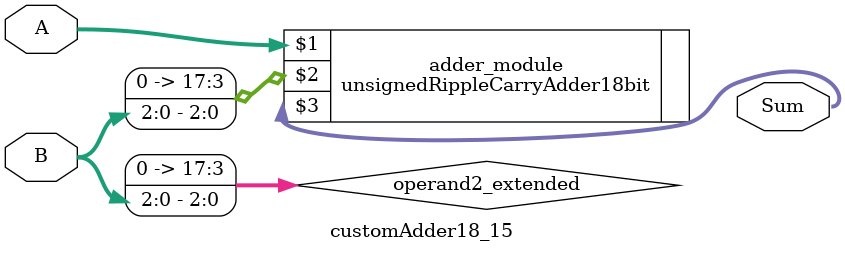
<source format=v>

module customAdder18_15(
                    input [17 : 0] A,
                    input [2 : 0] B,
                    
                    output [18 : 0] Sum
            );

    wire [17 : 0] operand2_extended;
    
    assign operand2_extended =  {15'b0, B};
    
    unsignedRippleCarryAdder18bit adder_module(
        A,
        operand2_extended,
        Sum
    );
    
endmodule
        
</source>
